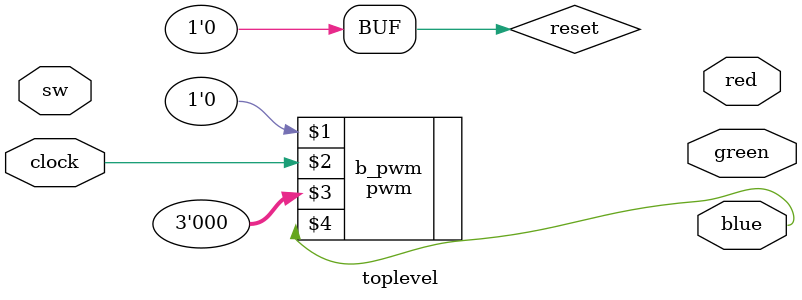
<source format=v>
module toplevel(clock, red, green, blue, sw); 
	input clock; 
	input [2:0] sw;  // switches
	output red, green, blue; 
	wire[3:0] bluvals; 
	wire reset; 
	
	
	
	assign reset = 1'b0; 
	
	
	
	pwm #(.CTR_LEN(3)) b_pwm (
	reset, 
	clock, 
	3'd0, 
	blue
	); 


endmodule 


</source>
